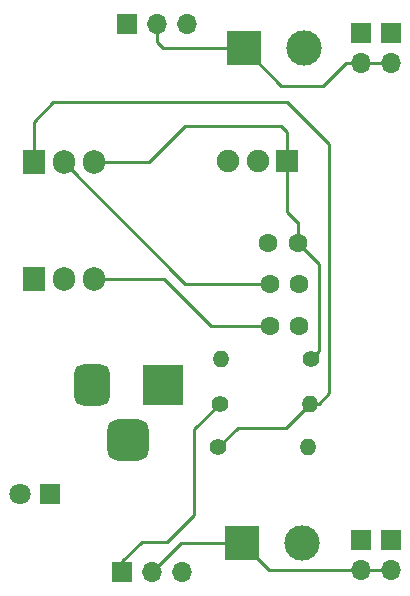
<source format=gbr>
%TF.GenerationSoftware,KiCad,Pcbnew,(6.0.7)*%
%TF.CreationDate,2022-09-26T11:07:57-04:00*%
%TF.ProjectId,proj_3,70726f6a-5f33-42e6-9b69-6361645f7063,1*%
%TF.SameCoordinates,Original*%
%TF.FileFunction,Copper,L1,Top*%
%TF.FilePolarity,Positive*%
%FSLAX46Y46*%
G04 Gerber Fmt 4.6, Leading zero omitted, Abs format (unit mm)*
G04 Created by KiCad (PCBNEW (6.0.7)) date 2022-09-26 11:07:57*
%MOMM*%
%LPD*%
G01*
G04 APERTURE LIST*
G04 Aperture macros list*
%AMRoundRect*
0 Rectangle with rounded corners*
0 $1 Rounding radius*
0 $2 $3 $4 $5 $6 $7 $8 $9 X,Y pos of 4 corners*
0 Add a 4 corners polygon primitive as box body*
4,1,4,$2,$3,$4,$5,$6,$7,$8,$9,$2,$3,0*
0 Add four circle primitives for the rounded corners*
1,1,$1+$1,$2,$3*
1,1,$1+$1,$4,$5*
1,1,$1+$1,$6,$7*
1,1,$1+$1,$8,$9*
0 Add four rect primitives between the rounded corners*
20,1,$1+$1,$2,$3,$4,$5,0*
20,1,$1+$1,$4,$5,$6,$7,0*
20,1,$1+$1,$6,$7,$8,$9,0*
20,1,$1+$1,$8,$9,$2,$3,0*%
G04 Aperture macros list end*
%TA.AperFunction,ComponentPad*%
%ADD10R,1.900000X1.900000*%
%TD*%
%TA.AperFunction,ComponentPad*%
%ADD11C,1.900000*%
%TD*%
%TA.AperFunction,ComponentPad*%
%ADD12R,1.700000X1.700000*%
%TD*%
%TA.AperFunction,ComponentPad*%
%ADD13O,1.700000X1.700000*%
%TD*%
%TA.AperFunction,ComponentPad*%
%ADD14C,1.400000*%
%TD*%
%TA.AperFunction,ComponentPad*%
%ADD15O,1.400000X1.400000*%
%TD*%
%TA.AperFunction,ComponentPad*%
%ADD16C,1.600000*%
%TD*%
%TA.AperFunction,ComponentPad*%
%ADD17R,1.905000X2.000000*%
%TD*%
%TA.AperFunction,ComponentPad*%
%ADD18O,1.905000X2.000000*%
%TD*%
%TA.AperFunction,ComponentPad*%
%ADD19R,1.800000X1.800000*%
%TD*%
%TA.AperFunction,ComponentPad*%
%ADD20C,1.800000*%
%TD*%
%TA.AperFunction,ComponentPad*%
%ADD21R,3.000000X3.000000*%
%TD*%
%TA.AperFunction,ComponentPad*%
%ADD22C,3.000000*%
%TD*%
%TA.AperFunction,ComponentPad*%
%ADD23R,3.500000X3.500000*%
%TD*%
%TA.AperFunction,ComponentPad*%
%ADD24RoundRect,0.750000X-0.750000X-1.000000X0.750000X-1.000000X0.750000X1.000000X-0.750000X1.000000X0*%
%TD*%
%TA.AperFunction,ComponentPad*%
%ADD25RoundRect,0.875000X-0.875000X-0.875000X0.875000X-0.875000X0.875000X0.875000X-0.875000X0.875000X0*%
%TD*%
%TA.AperFunction,Conductor*%
%ADD26C,0.250000*%
%TD*%
G04 APERTURE END LIST*
D10*
%TO.P,S1,1*%
%TO.N,/12V*%
X157607000Y-88265000D03*
D11*
%TO.P,S1,2*%
%TO.N,/PWR_INPUT*%
X155107000Y-88265000D03*
%TO.P,S1,3*%
%TO.N,unconnected-(S1-Pad3)*%
X152607000Y-88265000D03*
%TD*%
D12*
%TO.P,J6,1,Pin_1*%
%TO.N,GND*%
X163830000Y-120396000D03*
%TO.P,J6,2,Pin_2*%
X166370000Y-120396000D03*
D13*
%TO.P,J6,3*%
%TO.N,/PWR_OUT_TOP*%
X163830000Y-122936000D03*
%TO.P,J6,4*%
X166370000Y-122936000D03*
%TD*%
D14*
%TO.P,R3,1*%
%TO.N,Net-(R2-Pad2)*%
X151765000Y-112522000D03*
D15*
%TO.P,R3,2*%
%TO.N,GND*%
X159385000Y-112522000D03*
%TD*%
D16*
%TO.P,C3,1*%
%TO.N,/5V*%
X156123000Y-102235000D03*
%TO.P,C3,2*%
%TO.N,GND*%
X158623000Y-102235000D03*
%TD*%
D12*
%TO.P,J2,1,Pin_1*%
%TO.N,/3.3V*%
X144018000Y-76708000D03*
D13*
%TO.P,J2,2,Pin_2*%
%TO.N,/PWR_OUT_BOT*%
X146558000Y-76708000D03*
%TO.P,J2,3,Pin_3*%
%TO.N,/5V*%
X149098000Y-76708000D03*
%TD*%
D17*
%TO.P,U2,1,VI*%
%TO.N,/12V*%
X136144000Y-98298000D03*
D18*
%TO.P,U2,2,GND*%
%TO.N,GND*%
X138684000Y-98298000D03*
%TO.P,U2,3,VO*%
%TO.N,/5V*%
X141224000Y-98298000D03*
%TD*%
D14*
%TO.P,R2,1*%
%TO.N,/3.3V*%
X151892000Y-108839000D03*
D15*
%TO.P,R2,2*%
%TO.N,Net-(R2-Pad2)*%
X159512000Y-108839000D03*
%TD*%
D19*
%TO.P,D1,1,K*%
%TO.N,GND*%
X137546000Y-116459000D03*
D20*
%TO.P,D1,2,A*%
%TO.N,Net-(D1-Pad2)*%
X135006000Y-116459000D03*
%TD*%
D12*
%TO.P,J5,1,Pin_1*%
%TO.N,/3.3V*%
X143637000Y-123063000D03*
D13*
%TO.P,J5,2,Pin_2*%
%TO.N,/PWR_OUT_TOP*%
X146177000Y-123063000D03*
%TO.P,J5,3,Pin_3*%
%TO.N,/5V*%
X148717000Y-123063000D03*
%TD*%
D14*
%TO.P,R1,1*%
%TO.N,/12V*%
X159639000Y-105029000D03*
D15*
%TO.P,R1,2*%
%TO.N,Net-(D1-Pad2)*%
X152019000Y-105029000D03*
%TD*%
D21*
%TO.P,J7,1,Pin_1*%
%TO.N,/PWR_OUT_TOP*%
X153797000Y-120650000D03*
D22*
%TO.P,J7,2,Pin_2*%
%TO.N,GND*%
X158877000Y-120650000D03*
%TD*%
D16*
%TO.P,C1,1*%
%TO.N,/12V*%
X158476000Y-95250000D03*
%TO.P,C1,2*%
%TO.N,GND*%
X155976000Y-95250000D03*
%TD*%
%TO.P,C2,1*%
%TO.N,/3.3V*%
X156123000Y-98679000D03*
%TO.P,C2,2*%
%TO.N,GND*%
X158623000Y-98679000D03*
%TD*%
D23*
%TO.P,J1,1*%
%TO.N,/PWR_INPUT*%
X147097000Y-107246500D03*
D24*
%TO.P,J1,2*%
%TO.N,GND*%
X141097000Y-107246500D03*
D25*
%TO.P,J1,3*%
X144097000Y-111946500D03*
%TD*%
D12*
%TO.P,J3,1,Pin_1*%
%TO.N,GND*%
X163830000Y-77470000D03*
%TO.P,J3,2,Pin_2*%
X166370000Y-77470000D03*
D13*
%TO.P,J3,3*%
%TO.N,/PWR_OUT_BOT*%
X163830000Y-80010000D03*
%TO.P,J3,4*%
X166370000Y-80010000D03*
%TD*%
D21*
%TO.P,J4,1,Pin_1*%
%TO.N,/PWR_OUT_BOT*%
X153924000Y-78740000D03*
D22*
%TO.P,J4,2,Pin_2*%
%TO.N,GND*%
X159004000Y-78740000D03*
%TD*%
D17*
%TO.P,U1,1,ADJ*%
%TO.N,Net-(R2-Pad2)*%
X136144000Y-88392000D03*
D18*
%TO.P,U1,2,VO*%
%TO.N,/3.3V*%
X138684000Y-88392000D03*
%TO.P,U1,3,VI*%
%TO.N,/12V*%
X141224000Y-88392000D03*
%TD*%
D26*
%TO.N,/12V*%
X157607000Y-92583000D02*
X158432500Y-93408500D01*
X157607000Y-85852000D02*
X157607000Y-88265000D01*
X160274000Y-97048000D02*
X158476000Y-95250000D01*
X157099000Y-85344000D02*
X157607000Y-85852000D01*
X158476000Y-95250000D02*
X158476000Y-93452000D01*
X159639000Y-105029000D02*
X160274000Y-104394000D01*
X141224000Y-88392000D02*
X145923000Y-88392000D01*
X157607000Y-88265000D02*
X157607000Y-92583000D01*
X145923000Y-88392000D02*
X148971000Y-85344000D01*
X148971000Y-85344000D02*
X157099000Y-85344000D01*
X160274000Y-104394000D02*
X160274000Y-97048000D01*
X158476000Y-93452000D02*
X158432500Y-93408500D01*
%TO.N,/3.3V*%
X151892000Y-108839000D02*
X149733000Y-110998000D01*
X145288000Y-120523000D02*
X143637000Y-122174000D01*
X138684000Y-88392000D02*
X148971000Y-98679000D01*
X149733000Y-110998000D02*
X149733000Y-118237000D01*
X148971000Y-98679000D02*
X156123000Y-98679000D01*
X147447000Y-120523000D02*
X145288000Y-120523000D01*
X149733000Y-118237000D02*
X147447000Y-120523000D01*
X143637000Y-122174000D02*
X143637000Y-123063000D01*
%TO.N,/5V*%
X156123000Y-102235000D02*
X151130000Y-102235000D01*
X151130000Y-102235000D02*
X147193000Y-98298000D01*
X147193000Y-98298000D02*
X141224000Y-98298000D01*
%TO.N,/PWR_OUT_BOT*%
X166370000Y-80010000D02*
X163830000Y-80010000D01*
X146558000Y-76708000D02*
X146558000Y-78232000D01*
X146558000Y-78232000D02*
X147066000Y-78740000D01*
X147066000Y-78740000D02*
X153924000Y-78740000D01*
X163830000Y-80010000D02*
X162560000Y-80010000D01*
X162560000Y-80010000D02*
X160655000Y-81915000D01*
X160655000Y-81915000D02*
X157099000Y-81915000D01*
X157099000Y-81915000D02*
X153924000Y-78740000D01*
%TO.N,/PWR_OUT_TOP*%
X156083000Y-122936000D02*
X153797000Y-120650000D01*
X163830000Y-122936000D02*
X156083000Y-122936000D01*
X146177000Y-123063000D02*
X148590000Y-120650000D01*
X166370000Y-122936000D02*
X163830000Y-122936000D01*
X148590000Y-120650000D02*
X153797000Y-120650000D01*
%TO.N,Net-(R2-Pad2)*%
X160274000Y-108839000D02*
X159512000Y-108839000D01*
X157480000Y-110871000D02*
X153416000Y-110871000D01*
X137795000Y-83312000D02*
X157607000Y-83312000D01*
X153416000Y-110871000D02*
X151765000Y-112522000D01*
X161163000Y-107950000D02*
X160274000Y-108839000D01*
X136144000Y-84963000D02*
X137795000Y-83312000D01*
X136144000Y-88392000D02*
X136144000Y-84963000D01*
X157607000Y-83312000D02*
X161163000Y-86868000D01*
X159512000Y-108839000D02*
X157480000Y-110871000D01*
X161163000Y-86868000D02*
X161163000Y-107950000D01*
%TD*%
M02*

</source>
